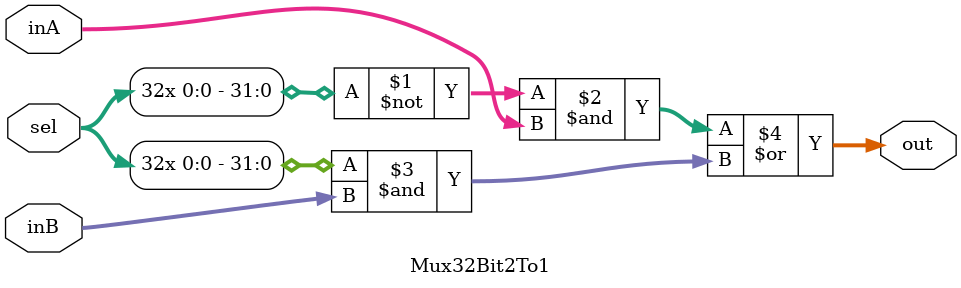
<source format=v>
`timescale 1ns / 1ps


module Mux32Bit2To1(out, inA, inB, sel);

    output [31:0] out;
    
    input [31:0] inA;
    input [31:0] inB;
    input sel;

    /* Fill in the implementation here ... */ 
    assign out = (~{32{sel}} & inA) | ({32{sel}} & inB);

endmodule

</source>
